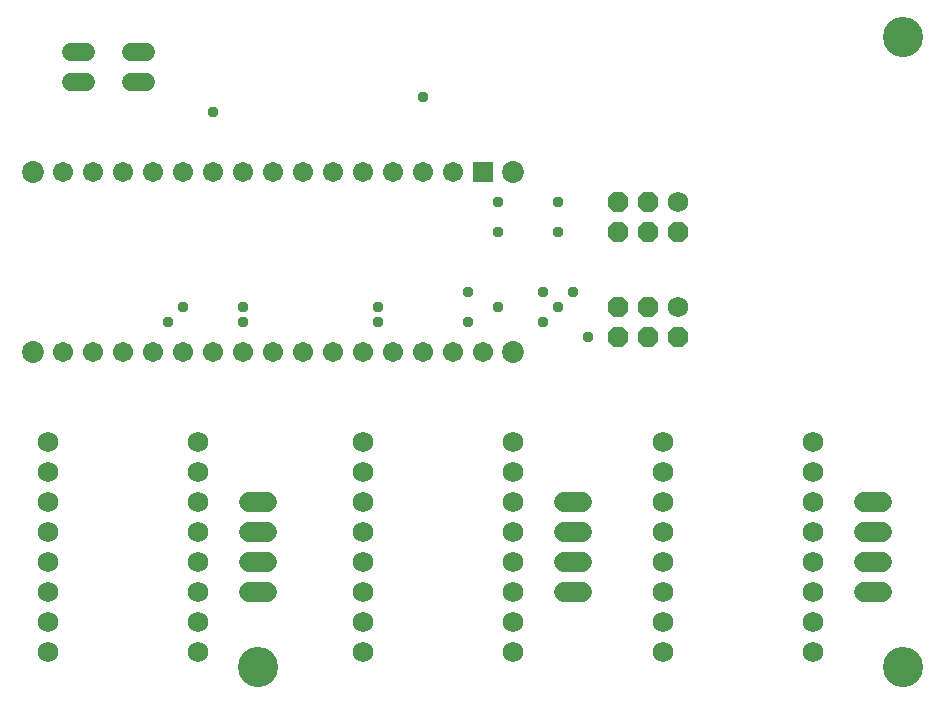
<source format=gbr>
G04 EAGLE Gerber RS-274X export*
G75*
%MOMM*%
%FSLAX34Y34*%
%LPD*%
%INSoldermask Bottom*%
%IPPOS*%
%AMOC8*
5,1,8,0,0,1.08239X$1,22.5*%
G01*
%ADD10C,3.403200*%
%ADD11C,1.727200*%
%ADD12R,1.711200X1.711200*%
%ADD13C,1.711200*%
%ADD14C,1.854200*%
%ADD15C,1.727200*%
%ADD16P,1.869504X8X202.500000*%
%ADD17C,1.511200*%
%ADD18C,0.959600*%


D10*
X762000Y571500D03*
X762000Y38100D03*
X215900Y38100D03*
D11*
X558800Y228600D03*
X558800Y203200D03*
X558800Y177800D03*
X558800Y152400D03*
X558800Y127000D03*
X558800Y101600D03*
X558800Y76200D03*
X558800Y50800D03*
X685800Y50800D03*
X685800Y76200D03*
X685800Y101600D03*
X685800Y127000D03*
X685800Y152400D03*
X685800Y177800D03*
X685800Y203200D03*
X685800Y228600D03*
X304800Y228600D03*
X304800Y203200D03*
X304800Y177800D03*
X304800Y152400D03*
X304800Y127000D03*
X304800Y101600D03*
X304800Y76200D03*
X304800Y50800D03*
X431800Y50800D03*
X431800Y76200D03*
X431800Y101600D03*
X431800Y127000D03*
X431800Y152400D03*
X431800Y177800D03*
X431800Y203200D03*
X431800Y228600D03*
X38100Y228600D03*
X38100Y203200D03*
X38100Y177800D03*
X38100Y152400D03*
X38100Y127000D03*
X38100Y101600D03*
X38100Y76200D03*
X38100Y50800D03*
X165100Y50800D03*
X165100Y76200D03*
X165100Y101600D03*
X165100Y127000D03*
X165100Y152400D03*
X165100Y177800D03*
X165100Y203200D03*
X165100Y228600D03*
D12*
X406400Y457200D03*
D13*
X381000Y457200D03*
X355600Y457200D03*
X330200Y457200D03*
X304800Y457200D03*
X279400Y457200D03*
X254000Y457200D03*
X228600Y457200D03*
X203200Y457200D03*
X177800Y457200D03*
X152400Y457200D03*
X127000Y457200D03*
X406400Y304800D03*
X381000Y304800D03*
X355600Y304800D03*
X330200Y304800D03*
X304800Y304800D03*
X279400Y304800D03*
X228600Y304800D03*
X203200Y304800D03*
X152400Y304800D03*
X127000Y304800D03*
X177800Y304800D03*
X254000Y304800D03*
X101600Y457200D03*
X76200Y457200D03*
X50800Y457200D03*
X101600Y304800D03*
X76200Y304800D03*
X50800Y304800D03*
D14*
X25400Y457200D03*
X25400Y304800D03*
X431800Y304800D03*
X431800Y457200D03*
D15*
X728980Y101600D02*
X744220Y101600D01*
X744220Y127000D02*
X728980Y127000D01*
X728980Y152400D02*
X744220Y152400D01*
X744220Y177800D02*
X728980Y177800D01*
X490220Y101600D02*
X474980Y101600D01*
X474980Y127000D02*
X490220Y127000D01*
X490220Y152400D02*
X474980Y152400D01*
X474980Y177800D02*
X490220Y177800D01*
X223520Y101600D02*
X208280Y101600D01*
X208280Y127000D02*
X223520Y127000D01*
X223520Y152400D02*
X208280Y152400D01*
X208280Y177800D02*
X223520Y177800D01*
D11*
X571500Y431800D03*
D16*
X546100Y431800D03*
X520700Y431800D03*
X571500Y406400D03*
X546100Y406400D03*
X520700Y406400D03*
D11*
X571500Y342900D03*
D16*
X546100Y342900D03*
X520700Y342900D03*
X571500Y317500D03*
X546100Y317500D03*
X520700Y317500D03*
D17*
X70040Y558800D02*
X56960Y558800D01*
X107760Y558800D02*
X120840Y558800D01*
X120840Y533400D02*
X107760Y533400D01*
X70040Y533400D02*
X56960Y533400D01*
D18*
X469900Y342900D03*
X419100Y406400D03*
X469900Y406400D03*
X419100Y431800D03*
X469900Y431800D03*
X419100Y342900D03*
X177800Y508000D03*
X355600Y520700D03*
X152400Y342900D03*
X203200Y342900D03*
X317500Y342900D03*
X393700Y355600D03*
X457200Y355600D03*
X482600Y355600D03*
X139700Y330200D03*
X203200Y330200D03*
X317500Y330200D03*
X393700Y330200D03*
X457200Y330200D03*
X495300Y317500D03*
M02*

</source>
